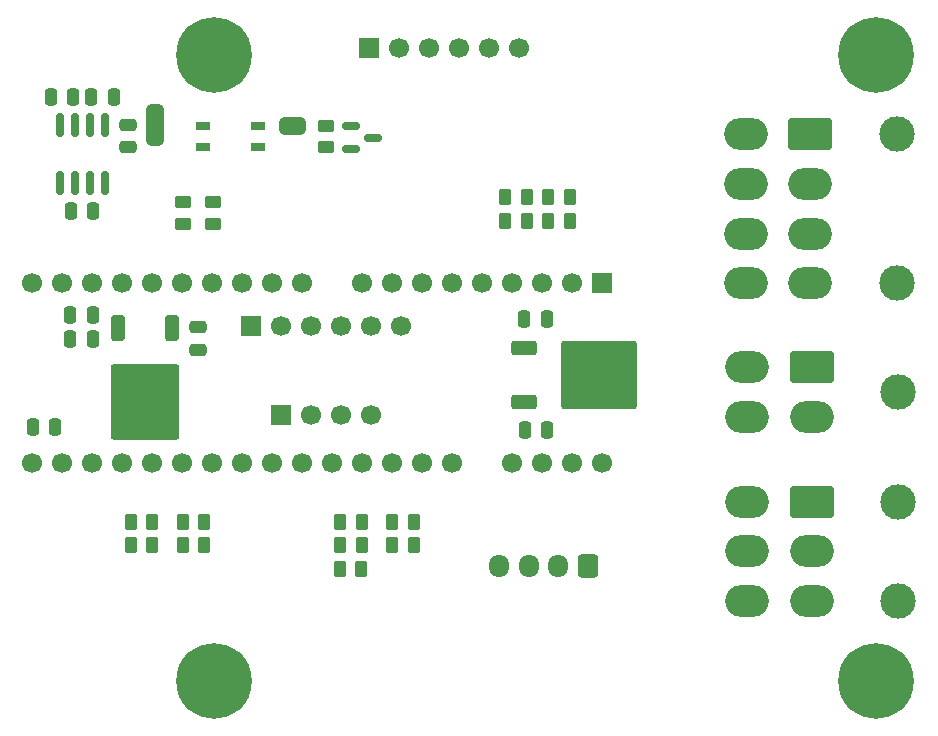
<source format=gts>
%TF.GenerationSoftware,KiCad,Pcbnew,9.0.2*%
%TF.CreationDate,2026-01-01T17:21:28+07:00*%
%TF.ProjectId,ControlMikon,436f6e74-726f-46c4-9d69-6b6f6e2e6b69,rev?*%
%TF.SameCoordinates,Original*%
%TF.FileFunction,Soldermask,Top*%
%TF.FilePolarity,Negative*%
%FSLAX46Y46*%
G04 Gerber Fmt 4.6, Leading zero omitted, Abs format (unit mm)*
G04 Created by KiCad (PCBNEW 9.0.2) date 2026-01-01 17:21:28*
%MOMM*%
%LPD*%
G01*
G04 APERTURE LIST*
G04 Aperture macros list*
%AMRoundRect*
0 Rectangle with rounded corners*
0 $1 Rounding radius*
0 $2 $3 $4 $5 $6 $7 $8 $9 X,Y pos of 4 corners*
0 Add a 4 corners polygon primitive as box body*
4,1,4,$2,$3,$4,$5,$6,$7,$8,$9,$2,$3,0*
0 Add four circle primitives for the rounded corners*
1,1,$1+$1,$2,$3*
1,1,$1+$1,$4,$5*
1,1,$1+$1,$6,$7*
1,1,$1+$1,$8,$9*
0 Add four rect primitives between the rounded corners*
20,1,$1+$1,$2,$3,$4,$5,0*
20,1,$1+$1,$4,$5,$6,$7,0*
20,1,$1+$1,$6,$7,$8,$9,0*
20,1,$1+$1,$8,$9,$2,$3,0*%
%AMFreePoly0*
4,1,23,0.550000,-0.750000,0.000000,-0.750000,0.000000,-0.745722,-0.065263,-0.745722,-0.191342,-0.711940,-0.304381,-0.646677,-0.396677,-0.554381,-0.461940,-0.441342,-0.495722,-0.315263,-0.495722,-0.250000,-0.500000,-0.250000,-0.500000,0.250000,-0.495722,0.250000,-0.495722,0.315263,-0.461940,0.441342,-0.396677,0.554381,-0.304381,0.646677,-0.191342,0.711940,-0.065263,0.745722,0.000000,0.745722,
0.000000,0.750000,0.550000,0.750000,0.550000,-0.750000,0.550000,-0.750000,$1*%
%AMFreePoly1*
4,1,23,0.000000,0.745722,0.065263,0.745722,0.191342,0.711940,0.304381,0.646677,0.396677,0.554381,0.461940,0.441342,0.495722,0.315263,0.495722,0.250000,0.500000,0.250000,0.500000,-0.250000,0.495722,-0.250000,0.495722,-0.315263,0.461940,-0.441342,0.396677,-0.554381,0.304381,-0.646677,0.191342,-0.711940,0.065263,-0.745722,0.000000,-0.745722,0.000000,-0.750000,-0.550000,-0.750000,
-0.550000,0.750000,0.000000,0.750000,0.000000,0.745722,0.000000,0.745722,$1*%
%AMFreePoly2*
4,1,23,0.500000,-0.750000,0.000000,-0.750000,0.000000,-0.745722,-0.065263,-0.745722,-0.191342,-0.711940,-0.304381,-0.646677,-0.396677,-0.554381,-0.461940,-0.441342,-0.495722,-0.315263,-0.495722,-0.250000,-0.500000,-0.250000,-0.500000,0.250000,-0.495722,0.250000,-0.495722,0.315263,-0.461940,0.441342,-0.396677,0.554381,-0.304381,0.646677,-0.191342,0.711940,-0.065263,0.745722,0.000000,0.745722,
0.000000,0.750000,0.500000,0.750000,0.500000,-0.750000,0.500000,-0.750000,$1*%
%AMFreePoly3*
4,1,23,0.000000,0.745722,0.065263,0.745722,0.191342,0.711940,0.304381,0.646677,0.396677,0.554381,0.461940,0.441342,0.495722,0.315263,0.495722,0.250000,0.500000,0.250000,0.500000,-0.250000,0.495722,-0.250000,0.495722,-0.315263,0.461940,-0.441342,0.396677,-0.554381,0.304381,-0.646677,0.191342,-0.711940,0.065263,-0.745722,0.000000,-0.745722,0.000000,-0.750000,-0.500000,-0.750000,
-0.500000,0.750000,0.000000,0.750000,0.000000,0.745722,0.000000,0.745722,$1*%
G04 Aperture macros list end*
%ADD10RoundRect,0.250000X0.250000X0.475000X-0.250000X0.475000X-0.250000X-0.475000X0.250000X-0.475000X0*%
%ADD11RoundRect,0.250000X-0.850000X-0.350000X0.850000X-0.350000X0.850000X0.350000X-0.850000X0.350000X0*%
%ADD12RoundRect,0.249997X-2.950003X-2.650003X2.950003X-2.650003X2.950003X2.650003X-2.950003X2.650003X0*%
%ADD13RoundRect,0.250000X-0.250000X-0.475000X0.250000X-0.475000X0.250000X0.475000X-0.250000X0.475000X0*%
%ADD14RoundRect,0.250000X-0.350000X0.850000X-0.350000X-0.850000X0.350000X-0.850000X0.350000X0.850000X0*%
%ADD15RoundRect,0.249997X-2.650003X2.950003X-2.650003X-2.950003X2.650003X-2.950003X2.650003X2.950003X0*%
%ADD16C,6.400000*%
%ADD17O,3.700000X2.700000*%
%ADD18RoundRect,0.250001X-1.599999X1.099999X-1.599999X-1.099999X1.599999X-1.099999X1.599999X1.099999X0*%
%ADD19C,3.000000*%
%ADD20RoundRect,0.250000X-0.262500X-0.450000X0.262500X-0.450000X0.262500X0.450000X-0.262500X0.450000X0*%
%ADD21RoundRect,0.250000X0.600000X0.725000X-0.600000X0.725000X-0.600000X-0.725000X0.600000X-0.725000X0*%
%ADD22O,1.700000X1.950000*%
%ADD23RoundRect,0.150000X-0.587500X-0.150000X0.587500X-0.150000X0.587500X0.150000X-0.587500X0.150000X0*%
%ADD24RoundRect,0.250000X0.262500X0.450000X-0.262500X0.450000X-0.262500X-0.450000X0.262500X-0.450000X0*%
%ADD25C,1.700000*%
%ADD26R,1.700000X1.700000*%
%ADD27RoundRect,0.250000X0.475000X-0.250000X0.475000X0.250000X-0.475000X0.250000X-0.475000X-0.250000X0*%
%ADD28FreePoly0,90.000000*%
%ADD29R,1.500000X1.000000*%
%ADD30FreePoly1,90.000000*%
%ADD31RoundRect,0.250000X-0.475000X0.250000X-0.475000X-0.250000X0.475000X-0.250000X0.475000X0.250000X0*%
%ADD32RoundRect,0.250000X-0.450000X0.262500X-0.450000X-0.262500X0.450000X-0.262500X0.450000X0.262500X0*%
%ADD33R,1.200000X0.700000*%
%ADD34RoundRect,0.150000X0.150000X-0.825000X0.150000X0.825000X-0.150000X0.825000X-0.150000X-0.825000X0*%
%ADD35FreePoly2,0.000000*%
%ADD36FreePoly3,0.000000*%
G04 APERTURE END LIST*
%TO.C,JP5*%
G36*
X180850000Y-134650000D02*
G01*
X182350000Y-134650000D01*
X182350000Y-133150000D01*
X180850000Y-133150000D01*
X180850000Y-134650000D01*
G37*
%TO.C,J5*%
G36*
X193100000Y-133225000D02*
G01*
X193400000Y-133225000D01*
X193400000Y-134725000D01*
X193100000Y-134725000D01*
X193100000Y-133225000D01*
G37*
%TD*%
D10*
%TO.C,C2*%
X212878126Y-159761846D03*
X214778126Y-159761846D03*
%TD*%
%TO.C,C1*%
X212875000Y-150352500D03*
X214775000Y-150352500D03*
%TD*%
D11*
%TO.C,U1*%
X212875000Y-157352500D03*
D12*
X219175000Y-155072500D03*
D11*
X212875000Y-152792500D03*
%TD*%
D13*
%TO.C,C77*%
X174403061Y-152000000D03*
X176303061Y-152000000D03*
%TD*%
D14*
%TO.C,U2*%
X178440000Y-151094188D03*
D15*
X180720000Y-157394188D03*
D14*
X183000000Y-151094188D03*
%TD*%
D10*
%TO.C,C64*%
X174400000Y-150000000D03*
X176300000Y-150000000D03*
%TD*%
D16*
%TO.C,H1*%
X242631658Y-127955542D03*
%TD*%
%TO.C,H2*%
X186557801Y-127955542D03*
%TD*%
%TO.C,H3*%
X242631658Y-180955542D03*
%TD*%
%TO.C,H4*%
X186557801Y-180955542D03*
%TD*%
D17*
%TO.C,J1*%
X231725000Y-174195000D03*
X231725000Y-169995000D03*
X231725000Y-165795000D03*
X237225000Y-174195000D03*
X237225000Y-169995000D03*
D18*
X237225000Y-165795000D03*
D19*
X244525000Y-174195000D03*
X244525000Y-165795000D03*
%TD*%
D17*
%TO.C,J6*%
X231588942Y-147300000D03*
X231588942Y-143100000D03*
X231588942Y-138900000D03*
X231588942Y-134700000D03*
X237088942Y-147300000D03*
X237088942Y-143100000D03*
X237088942Y-138900000D03*
D18*
X237088942Y-134700000D03*
D19*
X244388942Y-147300000D03*
X244388942Y-134700000D03*
%TD*%
D17*
%TO.C,J10*%
X231700000Y-158600000D03*
X231700000Y-154400000D03*
X237200000Y-158600000D03*
D18*
X237200000Y-154400000D03*
D19*
X244500000Y-156500000D03*
%TD*%
D10*
%TO.C,C36*%
X176350000Y-141150000D03*
X174450000Y-141150000D03*
%TD*%
D13*
%TO.C,C38*%
X176200000Y-131500000D03*
X178100000Y-131500000D03*
%TD*%
D20*
%TO.C,R91*%
X183925000Y-167500000D03*
X185750000Y-167500000D03*
%TD*%
D21*
%TO.C,J2*%
X218250000Y-171250000D03*
D22*
X215750000Y-171250000D03*
X213250000Y-171250000D03*
X210750000Y-171250000D03*
%TD*%
D10*
%TO.C,C39*%
X174650000Y-131500000D03*
X172750000Y-131500000D03*
%TD*%
D23*
%TO.C,D19*%
X198150000Y-134025000D03*
X198150000Y-135925000D03*
X200025000Y-134975000D03*
%TD*%
D24*
%TO.C,R2*%
X199075000Y-169500000D03*
X197250000Y-169500000D03*
%TD*%
D20*
%TO.C,R82*%
X214868960Y-140000000D03*
X216693960Y-140000000D03*
%TD*%
D25*
%TO.C,U23*%
X171210000Y-162500000D03*
X173750000Y-162500000D03*
X176290000Y-162500000D03*
X178830000Y-162500000D03*
X173750000Y-147260000D03*
X214390000Y-162500000D03*
X181370000Y-162500000D03*
X183910000Y-162500000D03*
X186450000Y-162500000D03*
X188990000Y-162500000D03*
X191530000Y-162500000D03*
X194070000Y-162500000D03*
X196610000Y-162500000D03*
X199150000Y-162500000D03*
X201690000Y-162500000D03*
X204230000Y-162500000D03*
X206770000Y-162500000D03*
X211850000Y-162500000D03*
X216930000Y-162500000D03*
X219470000Y-162500000D03*
D26*
X219470000Y-147260000D03*
D25*
X216930000Y-147260000D03*
X214390000Y-147260000D03*
X211850000Y-147260000D03*
X209310000Y-147260000D03*
X206770000Y-147260000D03*
X204230000Y-147260000D03*
X201690000Y-147260000D03*
X199150000Y-147260000D03*
X176290000Y-147260000D03*
X194070000Y-147260000D03*
X191530000Y-147260000D03*
X188990000Y-147260000D03*
X186450000Y-147260000D03*
X183910000Y-147260000D03*
X181370000Y-147260000D03*
X178830000Y-147260000D03*
X171210000Y-147260000D03*
%TD*%
D27*
%TO.C,C76*%
X185250000Y-152944188D03*
X185250000Y-151044188D03*
%TD*%
D28*
%TO.C,JP5*%
X181600000Y-135200000D03*
D29*
X181600000Y-133900000D03*
D30*
X181600000Y-132600000D03*
%TD*%
D24*
%TO.C,R83*%
X213075000Y-142000000D03*
X211250000Y-142000000D03*
%TD*%
D31*
%TO.C,C37*%
X179300000Y-133900000D03*
X179300000Y-135800000D03*
%TD*%
D26*
%TO.C,J3*%
X199732801Y-127430542D03*
D25*
X202272801Y-127430542D03*
X204812801Y-127430542D03*
X207352801Y-127430542D03*
X209892801Y-127430542D03*
X212432801Y-127430542D03*
%TD*%
D24*
%TO.C,R3*%
X199073354Y-171500000D03*
X197248354Y-171500000D03*
%TD*%
D26*
%TO.C,J20*%
X192247801Y-158455542D03*
D25*
X194787801Y-158455542D03*
X197327801Y-158455542D03*
X199867801Y-158455542D03*
%TD*%
D26*
%TO.C,J18*%
X189735381Y-150929775D03*
D25*
X192275381Y-150929775D03*
X194815381Y-150929775D03*
X197355381Y-150929775D03*
X199895381Y-150929775D03*
X202435381Y-150929775D03*
%TD*%
D20*
%TO.C,R86*%
X201678825Y-169500000D03*
X203503825Y-169500000D03*
%TD*%
D24*
%TO.C,R90*%
X185750000Y-169500000D03*
X183925000Y-169500000D03*
%TD*%
%TO.C,R89*%
X181376000Y-169500000D03*
X179551000Y-169500000D03*
%TD*%
%TO.C,R81*%
X216693960Y-142000000D03*
X214868960Y-142000000D03*
%TD*%
D20*
%TO.C,R88*%
X179550259Y-167500000D03*
X181375259Y-167500000D03*
%TD*%
D32*
%TO.C,R31*%
X196050000Y-133975000D03*
X196050000Y-135800000D03*
%TD*%
D33*
%TO.C,FL1*%
X185650000Y-135775000D03*
X190350000Y-135775000D03*
X190350000Y-133975000D03*
X185650000Y-133975000D03*
%TD*%
D34*
%TO.C,U8*%
X173510000Y-138850000D03*
X174780000Y-138850000D03*
X176050000Y-138850000D03*
X177320000Y-138850000D03*
X177320000Y-133900000D03*
X176050000Y-133900000D03*
X174780000Y-133900000D03*
X173510000Y-133900000D03*
%TD*%
D20*
%TO.C,R1*%
X197250000Y-167500000D03*
X199075000Y-167500000D03*
%TD*%
D24*
%TO.C,R85*%
X203500000Y-167500000D03*
X201675000Y-167500000D03*
%TD*%
D35*
%TO.C,J5*%
X192600000Y-133975000D03*
D36*
X193900000Y-133975000D03*
%TD*%
D32*
%TO.C,R78*%
X183928179Y-140425000D03*
X183928179Y-142250000D03*
%TD*%
D20*
%TO.C,R84*%
X211253220Y-140000000D03*
X213078220Y-140000000D03*
%TD*%
D13*
%TO.C,C65*%
X171228875Y-159450000D03*
X173128875Y-159450000D03*
%TD*%
D32*
%TO.C,R77*%
X186465979Y-140425000D03*
X186465979Y-142250000D03*
%TD*%
M02*

</source>
